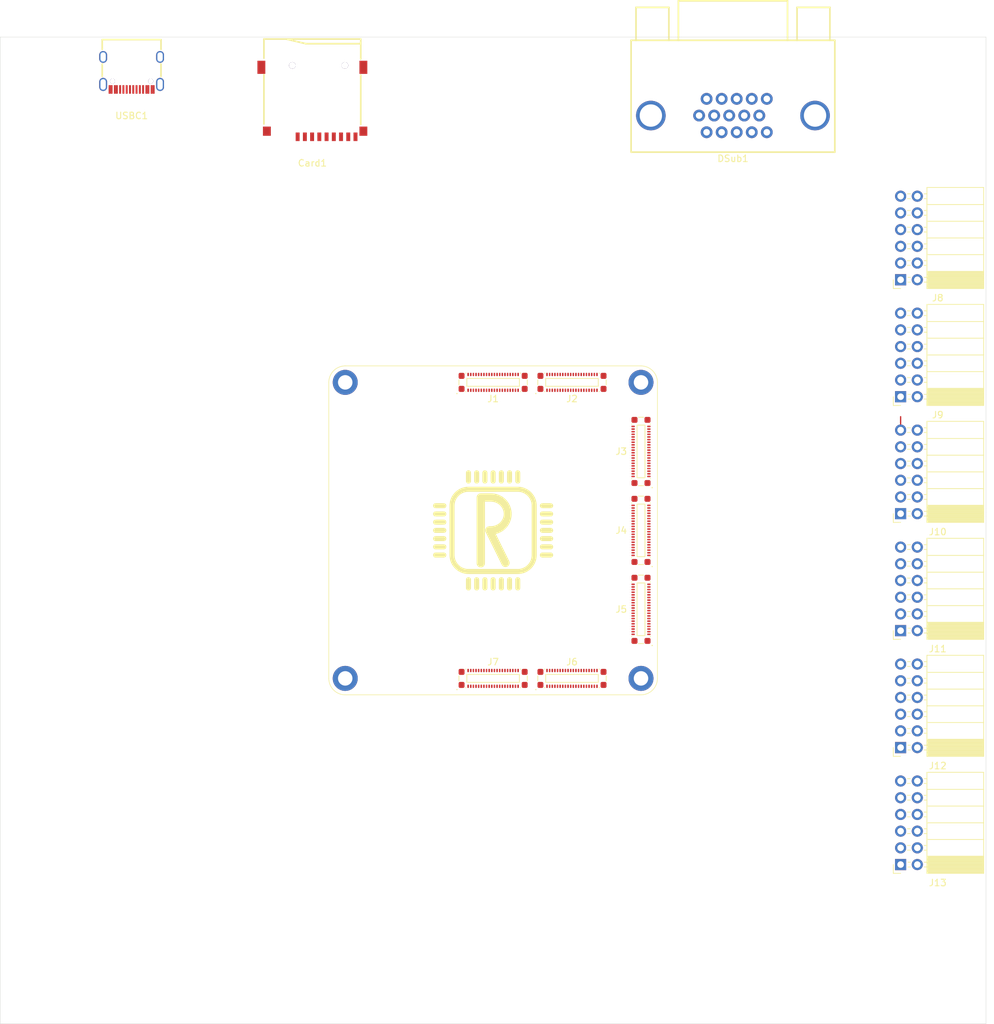
<source format=kicad_pcb>
(kicad_pcb (version 20241229) (generator "pcbnew") (generator_version "9.0")
  (layers (0 "F.Cu" signal) (4 "In1.Cu" signal) (6 "In2.Cu" signal) (2 "B.Cu" signal) (13 "F.Paste" user) (15 "B.Paste" user) (5 "F.SilkS" user "F.Silkscreen") (7 "B.SilkS" user "B.Silkscreen") (1 "F.Mask" user) (3 "B.Mask" user) (25 "Edge.Cuts" user))
  (net 0 "")
  (net 1 "GND")
  (net 2 "+5V")
  (net 3 "/MGT_TX3-")
  (net 4 "/MGT_TX3+")
  (net 5 "/MGT_TX0+")
  (net 6 "+3V3")
  (net 7 "/MGT_TX0-")
  (net 8 "/MGT_TX2-")
  (net 9 "/MGT_TX1+")
  (net 10 "/MGT_TX2+")
  (net 11 "/MGT_TX1-")
  (net 12 "/MGT_REF0-")
  (net 13 "/MGT_RX3-")
  (net 14 "/MGT_RX2+")
  (net 15 "/MGT_RX1+")
  (net 16 "/MGT_RX1-")
  (net 17 "/MGT_RX0+")
  (net 18 "/MGT_REF1-")
  (net 19 "/MGT_RX3+")
  (net 20 "/MGT_REF0+")
  (net 21 "/MGT_REF1+")
  (net 22 "/MGT_RX2-")
  (net 23 "/MGT_RX0-")
  (net 24 "/IO_E16_BANK16")
  (net 25 "/IO_C19_BANK16")
  (net 26 "/IO_E18_BANK16")
  (net 27 "/IO_A16_BANK16")
  (net 28 "/IO_A20_BANK16")
  (net 29 "/IO_F14_BANK16")
  (net 30 "/IO_C18_BANK16")
  (net 31 "/IO_E21_BANK16")
  (net 32 "/IO_E19_BANK16")
  (net 33 "/IO_B20_BANK16")
  (net 34 "/IO_F15_BANK16")
  (net 35 "/IO_D16_BANK16")
  (net 36 "/IO_C20_BANK16")
  (net 37 "/IO_E17_BANK16")
  (net 38 "/IO_A18_BANK16")
  (net 39 "/IO_F16_BANK16")
  (net 40 "/IO_A21_BANK16")
  (net 41 "/IO_B22_BANK16")
  (net 42 "/IO_C22_BANK16")
  (net 43 "/IO_B15_BANK16")
  (net 44 "/IO_D22_BANK16")
  (net 45 "/IO_A14_BANK16")
  (net 46 "/IO_B16_BANK16")
  (net 47 "/IO_A19_BANK16")
  (net 48 "/IO_D15_BANK16")
  (net 49 "/IO_D19_BANK16")
  (net 50 "/IO_F19_BANK16")
  (net 51 "/IO_B18_BANK16")
  (net 52 "/IO_B17_BANK16")
  (net 53 "/IO_B21_BANK16")
  (net 54 "/IO_D20_BANK16")
  (net 55 "/IO_G21_BANK16")
  (net 56 "/IO_F18_BANK16")
  (net 57 "/IO_C15_BANK16")
  (net 58 "/IO_D17_BANK16")
  (net 59 "/IO_E22_BANK16")
  (net 60 "/IO_A15_BANK16")
  (net 61 "/IO_D21_BANK16")
  (net 62 "/IO_F20_BANK16")
  (net 63 "/IO_F21_BANK16")
  (net 64 "/IO_K18_BANK15")
  (net 65 "/IO_M16_BANK15")
  (net 66 "/IO_H17_BANK15")
  (net 67 "/IO_L18_BANK15")
  (net 68 "/IO_M22_BANK15")
  (net 69 "/IO_K17_BANK15")
  (net 70 "/IO_M21_BANK15")
  (net 71 "/IO_G18_BANK15")
  (net 72 "/IO_M18_BANK15")
  (net 73 "/IO_K16_BANK15")
  (net 74 "/IO_N22_BANK15")
  (net 75 "/IO_M20_BANK15")
  (net 76 "/IO_G17_BANK15")
  (net 77 "/IO_M17_BANK15")
  (net 78 "/IO_K19_BANK15")
  (net 79 "/IO_L16_BANK15")
  (net 80 "/IO_L20_BANK15")
  (net 81 "/IO_L21_BANK15")
  (net 82 "/IO_N19_BANK15")
  (net 83 "/IO_J19_BANK15")
  (net 84 "/IO_J15_BANK15")
  (net 85 "/IO_L15_BANK15")
  (net 86 "/IO_L19_BANK15")
  (net 87 "/IO_H14_BANK15")
  (net 88 "/IO_J21_BANK15")
  (net 89 "/IO_H18_BANK15")
  (net 90 "/IO_K21_BANK15")
  (net 91 "/IO_J22_BANK15")
  (net 92 "/IO_J20_BANK15")
  (net 93 "/IO_H19_BANK15")
  (net 94 "/IO_N18_BANK15")
  (net 95 "/IO_J14_BANK15")
  (net 96 "/IO_N20_BANK15")
  (net 97 "/IO_G16_BANK15")
  (net 98 "/IO_J17_BANK15")
  (net 99 "/IO_G15_BANK15")
  (net 100 "/IO_K22_BANK15")
  (net 101 "/IO_H15_BANK15")
  (net 102 "/IO_H22_BANK15")
  (net 103 "/IO_J16_BANK15")
  (net 104 "/IO_U22_BANK14")
  (net 105 "/IO_V18_BANK14")
  (net 106 "/IO_W22_BANK14")
  (net 107 "/IO_W20_BANK14")
  (net 108 "/IO_P17_BANK14")
  (net 109 "/IO_Y22_BANK14")
  (net 110 "/IO_W19_BANK14")
  (net 111 "/IO_U17_BANK14")
  (net 112 "/IO_W17_BANK14")
  (net 113 "/IO_R19_BANK14")
  (net 114 "/IO_AB22_BANK14")
  (net 115 "/IO_AB21_BANK14")
  (net 116 "/IO_AA21_BANK14")
  (net 117 "/IO_V22_BANK14")
  (net 118 "/IO_T18_BANK14")
  (net 119 "/IO_R16_BANK14")
  (net 120 "/IO_AA19_BANK14")
  (net 121 "/IO_AB18_BANK14")
  (net 122 "/IO_AB20_BANK14")
  (net 123 "/IO_Y18_BANK14")
  (net 124 "/IO_U21_BANK14")
  (net 125 "/IO_R18_BANK14")
  (net 126 "/IO_P16_BANK14")
  (net 127 "/IO_T21_BANK14")
  (net 128 "/IO_AA18_BANK14")
  (net 129 "/IO_P19_BANK14")
  (net 130 "/IO_V19_BANK14")
  (net 131 "/IO_V20_BANK14")
  (net 132 "/IO_U18_BANK14")
  (net 133 "/IO_Y19_BANK14")
  (net 134 "/IO_P20_BANK14")
  (net 135 "/IO_Y21_BANK14")
  (net 136 "/IO_V17_BANK14")
  (net 137 "/IO_R17_BANK14")
  (net 138 "/IO_W21_BANK14")
  (net 139 "/IO_T20_BANK14")
  (net 140 "/IO_N17_BANK14")
  (net 141 "/IO_U20_BANK14")
  (net 142 "/IO_P15_BANK14")
  (net 143 "/IO_AA20_BANK14")
  (net 144 "/IO_Y12_BANK13")
  (net 145 "/IO_AB10_BANK13")
  (net 146 "/IO_AB11_BANK13")
  (net 147 "/IO_AA10_BANK13")
  (net 148 "/IO_W10_BANK13")
  (net 149 "/IO_W14_BANK13")
  (net 151 "/IO_AA16_BANK13")
  (net 152 "/IO_W15_BANK13")
  (net 153 "/IO_Y13_BANK13")
  (net 154 "/IO_AA15_BANK13")
  (net 155 "/IO_AB13_BANK13")
  (net 156 "/IO_AB12_BANK13")
  (net 158 "/IO_Y11_BANK13")
  (net 159 "/IO_AB16_BANK13")
  (net 160 "/IO_U16_BANK13")
  (net 162 "/IO_AA13_BANK13")
  (net 163 "/IO_W11_BANK13")
  (net 164 "/IO_V14_BANK13")
  (net 166 "/IO_AB15_BANK13")
  (net 167 "/IO_Y16_BANK13")
  (net 168 "/IO_Y14_BANK13")
  (net 169 "/IO_AA11_BANK13")
  (net 170 "/IO_T14_BANK13")
  (net 171 "/IO_T15_BANK13")
  (net 172 "/IO_AA9_BANK13")
  (net 173 "/IO_V13_BANK13")
  (net 174 "/IO_V10_BANK13")
  (net 175 "/IO_U15_BANK13")
  (net 176 "/IO_W12_BANK13")
  (net 178 "/IO_AB17_BANK13")
  (net 179 "/IO_AA14_BANK13")
  (net 180 "/IO_W16_BANK13")
  (net 181 "/IO_Y17_BANK13")
  (net 182 "/IO_T16_BANK13")
  (net 183 "/IO_V15_BANK13")
  (net 184 "/QPI_D0_BANK14")
  (net 185 "/M2_BANK0")
  (net 187 "/QPI_D1_BANK14")
  (net 188 "/M1_BANK0")
  (net 190 "/QPI_D2_BANK14")
  (net 191 "VBANK14")
  (net 192 "VBANK16")
  (net 194 "/TDI_BANK0")
  (net 196 "/DONE_BANK0")
  (net 197 "/M0_BANK0")
  (net 198 "/TCK_BANK0")
  (net 199 "/TDO_BANK0")
  (net 200 "/~{INIT}_BANK0")
  (net 201 "/~{PROG}_BANK0")
  (net 202 "VBANK13")
  (net 203 "/QPI_CCLK_BANK0")
  (net 204 "/TMS_BANK0")
  (net 205 "VBANK15")
  (net 206 "/QPI_CS_BANK14")
  (net 207 "/QPI_D3_BANK14")
  (net 224 "unconnected-(J10-Pin_11-Pad11)")
  (net 302 "Net-(USBC1-SH)")
  (footprint "Mezzanine:YXT-BB10-40S-02" (layer "F.Cu") (at 122.5 112 180)
    (property "Reference" "J5")
    (property "Value" "Conn_02x20_Counter_Clockwise")
  )
  (footprint "Connector_PinSocket_2.54mm:PinSocket_2x06_P2.54mm_Horizontal" (layer "F.Cu") (at 162 61.9 180)
    (property "Reference" "J8")
    (property "Value" "Conn_02x06_Odd_Even")
  )
  (footprint "Mezzanine:YXT-BB10-40S-02" (layer "F.Cu") (at 122.5 100 180)
    (property "Reference" "J4")
    (property "Value" "Conn_02x20_Counter_Clockwise")
  )
  (footprint "Mezzanine:YXT-BB10-40S-02" (layer "F.Cu") (at 122.5 88 180)
    (property "Reference" "J3")
    (property "Value" "Conn_02x20_Counter_Clockwise")
  )
  (footprint "MountingHole:MountingHole_2.2mm_M2_DIN965_Pad" (layer "F.Cu") (at 77.5 122.5)
    (property "Reference" "H4" (hide yes))
    (property "Value" "MountingHole_Pad" (hide yes))
  )
  (footprint "Connector_PinSocket_2.54mm:PinSocket_2x06_P2.54mm_Horizontal" (layer "F.Cu") (at 162 79.68 180)
    (property "Reference" "J9")
    (property "Value" "Conn_02x06_Odd_Even")
  )
  (footprint "easyeda:TF-SMD_TF-01A" (layer "F.Cu") (at 72.5 34.8875 180)
    (property "Reference" "Card1")
    (property "Value" "TF-01A")
  )
  (footprint "Mezzanine:YXT-BB10-40S-02" (layer "F.Cu") (at 112 122.5 90)
    (property "Reference" "J6")
    (property "Value" "Conn_02x20_Counter_Clockwise")
  )
  (footprint "MountingHole:MountingHole_2.2mm_M2_DIN965_Pad" (layer "F.Cu") (at 122.5 122.5)
    (property "Reference" "H3" (hide yes))
    (property "Value" "MountingHole_Pad" (hide yes))
  )
  (footprint "Mezzanine:YXT-BB10-40S-02" (layer "F.Cu") (at 112 77.5 90)
    (property "Reference" "J2")
    (property "Value" "Conn_02x20_Counter_Clockwise")
  )
  (footprint "MountingHole:MountingHole_2.2mm_M2_DIN965_Pad" (layer "F.Cu") (at 77.5 77.5)
    (property "Reference" "H1" (hide yes))
    (property "Value" "MountingHole_Pad" (hide yes))
  )
  (footprint "Connector_PinSocket_2.54mm:PinSocket_2x06_P2.54mm_Horizontal" (layer "F.Cu") (at 162 115.24 180)
    (property "Reference" "J11")
    (property "Value" "Conn_02x06_Odd_Even")
  )
  (footprint "easyeda:USB-C_SMD-TYPE-C-31-M-12" (layer "F.Cu") (at 45 30.5 180)
    (property "Reference" "USBC1")
    (property "Value" "TYPE-C-31-M-12")
  )
  (footprint "easyeda:DSUB-TH_15P-P2.29-H-F_DDMRH15PFE006" (layer "F.Cu") (at 136.49 36.94 180)
    (property "Reference" "DSub1")
    (property "Value" "DDMRH15PFE006")
  )
  (footprint "RobotMan2412:RobotMan2412_20mm" (layer "F.Cu") (at 100 100)
    (property "Reference" "REF**")
    (property "Value" "RobotMan2412_20mm")
  )
  (footprint "Connector_PinSocket_2.54mm:PinSocket_2x06_P2.54mm_Horizontal" (layer "F.Cu") (at 162 133.02 180)
    (property "Reference" "J12")
    (property "Value" "Conn_02x06_Odd_Even")
  )
  (footprint "Connector_PinSocket_2.54mm:PinSocket_2x06_P2.54mm_Horizontal" (layer "F.Cu") (at 162 97.46 180)
    (property "Reference" "J10")
    (property "Value" "Conn_02x06_Odd_Even")
  )
  (footprint "MountingHole:MountingHole_2.2mm_M2_DIN965_Pad" (layer "F.Cu") (at 122.5 77.5)
    (property "Reference" "H2" (hide yes))
    (property "Value" "MountingHole_Pad" (hide yes))
  )
  (footprint "Mezzanine:YXT-BB10-40S-02" (layer "F.Cu") (at 100 77.5 90)
    (property "Reference" "J1")
    (property "Value" "Conn_02x20_Counter_Clockwise")
  )
  (footprint "Mezzanine:YXT-BB10-40S-02" (layer "F.Cu") (at 100 122.5 90)
    (property "Reference" "J7")
    (property "Value" "Conn_02x20_Counter_Clockwise")
  )
  (footprint "Connector_PinSocket_2.54mm:PinSocket_2x06_P2.54mm_Horizontal" (layer "F.Cu") (at 162 150.8 180)
    (property "Reference" "J13")
    (property "Value" "Conn_02x06_Odd_Even")
  )
  (gr_line (start 77.5 75) (end 122.5 75) (stroke (width 0.1)) (layer "F.SilkS"))
  (gr_arc (start 75 77.5) (mid 75.732233 75.732233) (end 77.5 75) (stroke (width 0.1)) (layer "F.SilkS"))
  (gr_line (start 125 77.5) (end 125 122.5) (stroke (width 0.1)) (layer "F.SilkS"))
  (gr_line (start 122.5 125) (end 77.5 125) (stroke (width 0.1)) (layer "F.SilkS"))
  (gr_arc (start 77.5 125) (mid 75.732233 124.267767) (end 75 122.5) (stroke (width 0.1)) (layer "F.SilkS"))
  (gr_arc (start 122.5 75) (mid 124.267767 75.732233) (end 125 77.5) (stroke (width 0.1)) (layer "F.SilkS"))
  (gr_arc (start 125 122.5) (mid 124.267767 124.267767) (end 122.5 125) (stroke (width 0.1)) (layer "F.SilkS"))
  (gr_line (start 75 122.5) (end 75 77.5) (stroke (width 0.1)) (layer "F.SilkS"))
  (gr_rect (start 25 25) (end 175 175) (stroke (width 0.05)) (fill no) (layer "Edge.Cuts"))
  (segment (start 162 84.76) (end 162 82.72) (width 0.2) (layer "F.Cu") (net 224))
)
</source>
